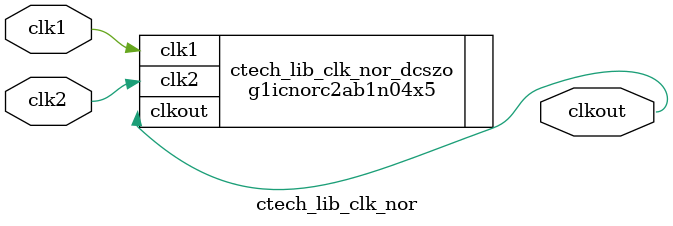
<source format=sv>

module ctech_lib_clk_nor (
   output logic clkout,
   input logic clk1,
   input logic clk2 );
   
   g1icnorc2ab1n04x5 ctech_lib_clk_nor_dcszo (.clkout(clkout), .clk1(clk1), .clk2(clk2));

endmodule // ctech_lib_clk_nor

</source>
